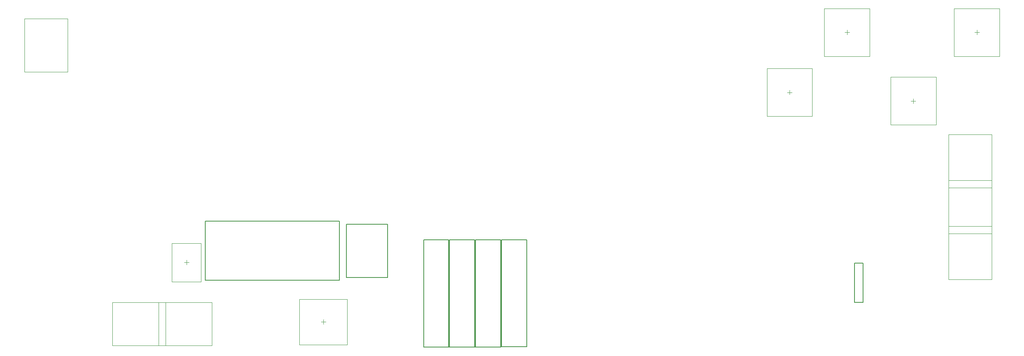
<source format=gbr>
%TF.GenerationSoftware,Altium Limited,Altium Designer,24.3.1 (35)*%
G04 Layer_Color=16711935*
%FSLAX43Y43*%
%MOMM*%
%TF.SameCoordinates,76E1361F-AA3B-45A8-A24B-41510BF92E79*%
%TF.FilePolarity,Positive*%
%TF.FileFunction,Other,Top_Courtyard*%
%TF.Part,Single*%
G01*
G75*
%TA.AperFunction,NonConductor*%
%ADD94C,0.200*%
%ADD143C,0.050*%
D94*
X41275Y16450D02*
X70475D01*
X41275D02*
Y29350D01*
X70475D01*
Y16450D02*
Y29350D01*
X100100Y25295D02*
X105600D01*
X100100Y1955D02*
Y25295D01*
Y1955D02*
X105600D01*
Y25295D01*
X105800Y25320D02*
X111300D01*
X105800Y1980D02*
Y25320D01*
Y1980D02*
X111300D01*
Y25320D01*
X88786Y1930D02*
X94286D01*
Y25270D01*
X88786D02*
X94286D01*
X88786Y1930D02*
Y25270D01*
X94436Y1930D02*
X99936D01*
Y25270D01*
X94436D02*
X99936D01*
X94436Y1930D02*
Y25270D01*
X80975Y17075D02*
Y28675D01*
X71975Y17075D02*
X80975D01*
X71975D02*
Y28675D01*
X80975D01*
X182625Y20200D02*
X184525D01*
X182625Y11650D02*
Y20200D01*
Y11650D02*
X184525D01*
Y20200D01*
D143*
X204325Y75700D02*
X214225D01*
X204325Y65300D02*
Y75700D01*
Y65300D02*
X214225D01*
Y75700D01*
X209275Y70000D02*
Y71000D01*
X208775Y70500D02*
X209775D01*
X66974Y6900D02*
Y7900D01*
X66474Y7400D02*
X67474D01*
X61774Y2450D02*
X72174D01*
X61774D02*
Y12350D01*
X72174D01*
Y2450D02*
Y12350D01*
X31050Y11700D02*
X42650D01*
Y2300D02*
Y11700D01*
X31050Y2300D02*
X42650D01*
X31050D02*
Y11700D01*
X180500Y70500D02*
X181500D01*
X181000Y70000D02*
Y71000D01*
X185950Y65300D02*
Y75700D01*
X176050Y65300D02*
X185950D01*
X176050D02*
Y75700D01*
X185950D01*
X163550Y52225D02*
X173450D01*
Y62625D01*
X163550D02*
X173450D01*
X163550Y52225D02*
Y62625D01*
X168500Y56925D02*
Y57925D01*
X168000Y57425D02*
X169000D01*
X203150Y36650D02*
Y48250D01*
X212550D01*
Y36650D02*
Y48250D01*
X203150Y36650D02*
X212550D01*
X194950Y55550D02*
X195950D01*
X195450Y55050D02*
Y56050D01*
X190500Y50350D02*
Y60750D01*
X200400D01*
Y50350D02*
Y60750D01*
X190500Y50350D02*
X200400D01*
X21000Y2300D02*
Y11700D01*
Y2300D02*
X32600D01*
Y11700D01*
X21000D02*
X32600D01*
X1875Y73500D02*
X11275D01*
X1875Y61900D02*
Y73500D01*
Y61900D02*
X11275D01*
Y73500D01*
X33975Y16195D02*
X40325D01*
Y24555D01*
X33975D02*
X40325D01*
X33975Y16195D02*
Y24555D01*
X37150Y19875D02*
Y20875D01*
X36650Y20375D02*
X37650D01*
X203150Y16700D02*
X212550D01*
Y28300D01*
X203150D02*
X212550D01*
X203150Y16700D02*
Y28300D01*
Y26675D02*
X212550D01*
Y38275D01*
X203150D02*
X212550D01*
X203150Y26675D02*
Y38275D01*
%TF.MD5,4e55e34fa5d4ac7035c2c48b76603d56*%
M02*

</source>
